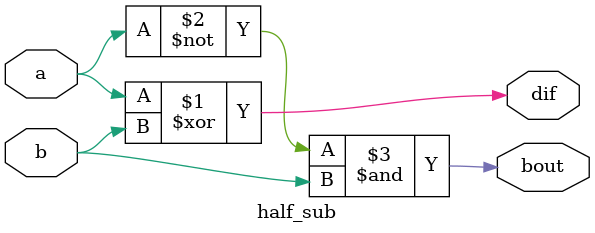
<source format=v>
module half_sub(
  input a,b,
  output dif,bout
);
  
  assign dif = a^b;
  assign bout = ~a&b;
endmodule






  
  
  
  
  
    

</source>
